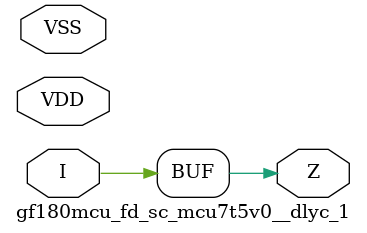
<source format=v>

module gf180mcu_fd_sc_mcu7t5v0__dlyc_1( I, Z, VDD, VSS );
input I;
inout VDD, VSS;
output Z;

	buf MGM_BG_0( Z, I );

endmodule

</source>
